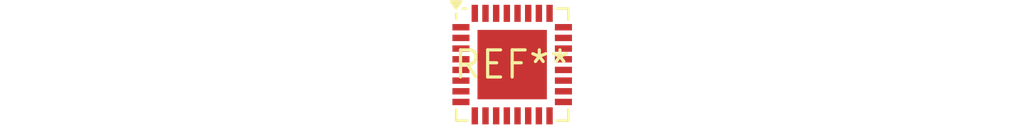
<source format=kicad_pcb>
(kicad_pcb (version 20240108) (generator pcbnew)
  (layers (0 "F.Cu" signal) (31 "B.Cu" signal) (34 "B.Paste" user) (35 "F.Paste" user) (36 "B.SilkS" user "B.Silkscreen") (37 "F.SilkS" user "F.Silkscreen") (38 "B.Mask" user) (39 "F.Mask" user) (44 "Edge.Cuts" user))
  (net 0 "")
  (footprint "LFCSP-32-1EP_5x5mm_P0.5mm_EP3.25x3.25mm" (layer "F.Cu") (at 0 0)
    (property "Reference" "REF**")
    (property "Value" "LFCSP-32-1EP_5x5mm_P0.5mm_EP3.25x3.25mm")
    (fp_line (start -2.625 -2.15) (end -2.625 -2.385) (layer "F.SilkS") (stroke (width 0.12)))
    (fp_line (start -2.625 2.625) (end -2.625 2.1) (layer "F.SilkS") (stroke (width 0.12)))
    (fp_line (start -2.625 2.625) (end -2.1 2.625) (layer "F.SilkS") (stroke (width 0.12)))
    (fp_line (start -2.15 -2.625) (end -2.325 -2.625) (layer "F.SilkS") (stroke (width 0.12)))
    (fp_line (start 2.625 -2.625) (end 2.1 -2.625) (layer "F.SilkS") (stroke (width 0.12)))
    (fp_line (start 2.625 -2.625) (end 2.625 -2.1) (layer "F.SilkS") (stroke (width 0.12)))
    (fp_line (start 2.625 2.625) (end 2.1 2.625) (layer "F.SilkS") (stroke (width 0.12)))
    (fp_line (start 2.625 2.625) (end 2.625 2.1) (layer "F.SilkS") (stroke (width 0.12)))
    (fp_poly (pts (xy -2.625 -2.625) (xy -2.865 -2.955) (xy -2.385 -2.955) (xy -2.625 -2.625)) (layer "F.SilkS") (stroke (width 0.12)) (fill solid))
    (pad "1" smd rect (at -2.4 -1.75) (size 0.8 0.3) (layers "F.Cu" "F.Paste" "F.Mask"))
    (pad "2" smd rect (at -2.4 -1.25) (size 0.8 0.3) (layers "F.Cu" "F.Paste" "F.Mask"))
    (pad "3" smd rect (at -2.4 -0.75) (size 0.8 0.3) (layers "F.Cu" "F.Paste" "F.Mask"))
    (pad "4" smd rect (at -2.4 -0.25) (size 0.8 0.3) (layers "F.Cu" "F.Paste" "F.Mask"))
    (pad "5" smd rect (at -2.4 0.25) (size 0.8 0.3) (layers "F.Cu" "F.Paste" "F.Mask"))
    (pad "6" smd rect (at -2.4 0.75) (size 0.8 0.3) (layers "F.Cu" "F.Paste" "F.Mask"))
    (pad "7" smd rect (at -2.4 1.25) (size 0.8 0.3) (layers "F.Cu" "F.Paste" "F.Mask"))
    (pad "8" smd rect (at -2.4 1.75) (size 0.8 0.3) (layers "F.Cu" "F.Paste" "F.Mask"))
    (pad "9" smd rect (at -1.75 2.4 90) (size 0.8 0.3) (layers "F.Cu" "F.Paste" "F.Mask"))
    (pad "10" smd rect (at -1.25 2.4 90) (size 0.8 0.3) (layers "F.Cu" "F.Paste" "F.Mask"))
    (pad "11" smd rect (at -0.75 2.4 90) (size 0.8 0.3) (layers "F.Cu" "F.Paste" "F.Mask"))
    (pad "12" smd rect (at -0.25 2.4 90) (size 0.8 0.3) (layers "F.Cu" "F.Paste" "F.Mask"))
    (pad "13" smd rect (at 0.25 2.4 90) (size 0.8 0.3) (layers "F.Cu" "F.Paste" "F.Mask"))
    (pad "14" smd rect (at 0.75 2.4 90) (size 0.8 0.3) (layers "F.Cu" "F.Paste" "F.Mask"))
    (pad "15" smd rect (at 1.25 2.4 90) (size 0.8 0.3) (layers "F.Cu" "F.Paste" "F.Mask"))
    (pad "16" smd rect (at 1.75 2.4 90) (size 0.8 0.3) (layers "F.Cu" "F.Paste" "F.Mask"))
    (pad "17" smd rect (at 2.4 1.75) (size 0.8 0.3) (layers "F.Cu" "F.Paste" "F.Mask"))
    (pad "18" smd rect (at 2.4 1.25) (size 0.8 0.3) (layers "F.Cu" "F.Paste" "F.Mask"))
    (pad "19" smd rect (at 2.4 0.75) (size 0.8 0.3) (layers "F.Cu" "F.Paste" "F.Mask"))
    (pad "20" smd rect (at 2.4 0.25) (size 0.8 0.3) (layers "F.Cu" "F.Paste" "F.Mask"))
    (pad "21" smd rect (at 2.4 -0.25) (size 0.8 0.3) (layers "F.Cu" "F.Paste" "F.Mask"))
    (pad "22" smd rect (at 2.4 -0.75) (size 0.8 0.3) (layers "F.Cu" "F.Paste" "F.Mask"))
    (pad "23" smd rect (at 2.4 -1.25) (size 0.8 0.3) (layers "F.Cu" "F.Paste" "F.Mask"))
    (pad "24" smd rect (at 2.4 -1.75) (size 0.8 0.3) (layers "F.Cu" "F.Paste" "F.Mask"))
    (pad "25" smd rect (at 1.75 -2.4 90) (size 0.8 0.3) (layers "F.Cu" "F.Paste" "F.Mask"))
    (pad "26" smd rect (at 1.25 -2.4 90) (size 0.8 0.3) (layers "F.Cu" "F.Paste" "F.Mask"))
    (pad "27" smd rect (at 0.75 -2.4 90) (size 0.8 0.3) (layers "F.Cu" "F.Paste" "F.Mask"))
    (pad "28" smd rect (at 0.25 -2.4 90) (size 0.8 0.3) (layers "F.Cu" "F.Paste" "F.Mask"))
    (pad "29" smd rect (at -0.25 -2.4 90) (size 0.8 0.3) (layers "F.Cu" "F.Paste" "F.Mask"))
    (pad "30" smd rect (at -0.75 -2.4 90) (size 0.8 0.3) (layers "F.Cu" "F.Paste" "F.Mask"))
    (pad "31" smd rect (at -1.25 -2.4 90) (size 0.8 0.3) (layers "F.Cu" "F.Paste" "F.Mask"))
    (pad "32" smd rect (at -1.75 -2.4 90) (size 0.8 0.3) (layers "F.Cu" "F.Paste" "F.Mask"))
    (pad "33" smd rect (at 0 0) (size 3.25 3.25) (layers "F.Cu" "F.Mask"))
  )
)
</source>
